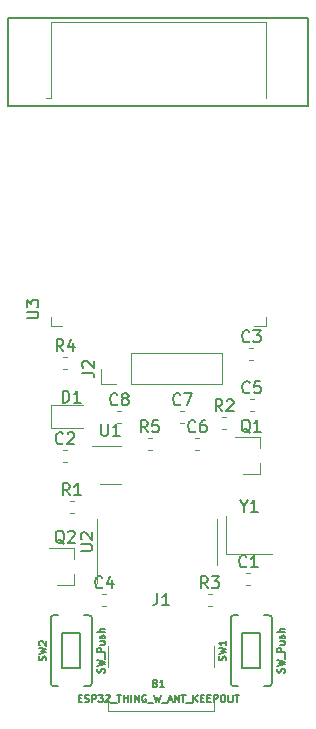
<source format=gbr>
G04 #@! TF.GenerationSoftware,KiCad,Pcbnew,5.1.5+dfsg1-2build2*
G04 #@! TF.CreationDate,2020-09-11T18:15:35+01:00*
G04 #@! TF.ProjectId,lhc_tijolo32_board,6c68635f-7469-46a6-9f6c-6f33325f626f,rev?*
G04 #@! TF.SameCoordinates,Original*
G04 #@! TF.FileFunction,Legend,Top*
G04 #@! TF.FilePolarity,Positive*
%FSLAX46Y46*%
G04 Gerber Fmt 4.6, Leading zero omitted, Abs format (unit mm)*
G04 Created by KiCad (PCBNEW 5.1.5+dfsg1-2build2) date 2020-09-11 18:15:35*
%MOMM*%
%LPD*%
G04 APERTURE LIST*
%ADD10C,0.127000*%
%ADD11C,0.120000*%
%ADD12C,0.203200*%
%ADD13C,0.150000*%
G04 APERTURE END LIST*
D10*
X110744000Y-68199000D02*
X136144000Y-68199000D01*
X136144000Y-68199000D02*
X136144000Y-60706000D01*
X136144000Y-60706000D02*
X110744000Y-60706000D01*
X110744000Y-60706000D02*
X110744000Y-68199000D01*
X110744000Y-68199000D02*
X136144000Y-68199000D01*
X136144000Y-68199000D02*
X136144000Y-60706000D01*
X136144000Y-60706000D02*
X110744000Y-60706000D01*
X110744000Y-60706000D02*
X110744000Y-68199000D01*
D11*
X130901221Y-107694000D02*
X131226779Y-107694000D01*
X130901221Y-108714000D02*
X131226779Y-108714000D01*
X115381721Y-98300000D02*
X115707279Y-98300000D01*
X115381721Y-97280000D02*
X115707279Y-97280000D01*
X131155221Y-88644000D02*
X131480779Y-88644000D01*
X131155221Y-89664000D02*
X131480779Y-89664000D01*
X118709221Y-109472000D02*
X119034779Y-109472000D01*
X118709221Y-110492000D02*
X119034779Y-110492000D01*
X131180721Y-93982000D02*
X131506279Y-93982000D01*
X131180721Y-92962000D02*
X131506279Y-92962000D01*
X126583221Y-97284000D02*
X126908779Y-97284000D01*
X126583221Y-96264000D02*
X126908779Y-96264000D01*
X125313221Y-94998000D02*
X125638779Y-94998000D01*
X125313221Y-93978000D02*
X125638779Y-93978000D01*
X119979221Y-93978000D02*
X120304779Y-93978000D01*
X119979221Y-94998000D02*
X120304779Y-94998000D01*
X117078000Y-93528000D02*
X114393000Y-93528000D01*
X114393000Y-93528000D02*
X114393000Y-95448000D01*
X114393000Y-95448000D02*
X117078000Y-95448000D01*
X128168000Y-119394000D02*
X119228000Y-119394000D01*
X128168000Y-113884000D02*
X128168000Y-115684000D01*
X128168000Y-119394000D02*
X128168000Y-117934000D01*
X119228000Y-119394000D02*
X119228000Y-117934000D01*
X119228000Y-113884000D02*
X119228000Y-115684000D01*
X128838000Y-91754000D02*
X128838000Y-89094000D01*
X121158000Y-91754000D02*
X128838000Y-91754000D01*
X121158000Y-89094000D02*
X128838000Y-89094000D01*
X121158000Y-91754000D02*
X121158000Y-89094000D01*
X119888000Y-91754000D02*
X118558000Y-91754000D01*
X118558000Y-91754000D02*
X118558000Y-90424000D01*
X132078000Y-99370000D02*
X130618000Y-99370000D01*
X132078000Y-96210000D02*
X129918000Y-96210000D01*
X132078000Y-96210000D02*
X132078000Y-97140000D01*
X132078000Y-99370000D02*
X132078000Y-98440000D01*
X116330000Y-108768000D02*
X116330000Y-107838000D01*
X116330000Y-105608000D02*
X116330000Y-106538000D01*
X116330000Y-105608000D02*
X114170000Y-105608000D01*
X116330000Y-108768000D02*
X114870000Y-108768000D01*
X115940721Y-101598000D02*
X116266279Y-101598000D01*
X115940721Y-102618000D02*
X116266279Y-102618000D01*
X128869221Y-94486000D02*
X129194779Y-94486000D01*
X128869221Y-95506000D02*
X129194779Y-95506000D01*
X127624721Y-110492000D02*
X127950279Y-110492000D01*
X127624721Y-109472000D02*
X127950279Y-109472000D01*
X115407221Y-89406000D02*
X115732779Y-89406000D01*
X115407221Y-90426000D02*
X115732779Y-90426000D01*
X122544721Y-97284000D02*
X122870279Y-97284000D01*
X122544721Y-96264000D02*
X122870279Y-96264000D01*
D12*
X129570480Y-117048280D02*
X129570480Y-111551720D01*
X133065520Y-111551720D02*
X133065520Y-117048280D01*
X132816600Y-117299740D02*
X132417820Y-117299740D01*
X130218180Y-117299740D02*
X129819400Y-117299740D01*
X130218180Y-111300260D02*
X129819400Y-111300260D01*
X132816600Y-111300260D02*
X132417820Y-111300260D01*
X130568700Y-115798600D02*
X130568700Y-112801400D01*
X132067300Y-112801400D02*
X132067300Y-115798600D01*
X132067300Y-115798600D02*
X130568700Y-115798600D01*
X132067300Y-112801400D02*
X130568700Y-112801400D01*
X129567940Y-117048280D02*
G75*
G03X129819400Y-117299740I251460J0D01*
G01*
X129819400Y-111302800D02*
G75*
G03X129570480Y-111551720I0J-248920D01*
G01*
X133068060Y-111551720D02*
G75*
G03X132816600Y-111300260I-251460J0D01*
G01*
X132816600Y-117297200D02*
G75*
G03X133065520Y-117048280I0J248920D01*
G01*
X117576600Y-117297200D02*
G75*
G03X117825520Y-117048280I0J248920D01*
G01*
X117828060Y-111551720D02*
G75*
G03X117576600Y-111300260I-251460J0D01*
G01*
X114579400Y-111302800D02*
G75*
G03X114330480Y-111551720I0J-248920D01*
G01*
X114327940Y-117048280D02*
G75*
G03X114579400Y-117299740I251460J0D01*
G01*
X116827300Y-112801400D02*
X115328700Y-112801400D01*
X116827300Y-115798600D02*
X115328700Y-115798600D01*
X116827300Y-112801400D02*
X116827300Y-115798600D01*
X115328700Y-115798600D02*
X115328700Y-112801400D01*
X117576600Y-111300260D02*
X117177820Y-111300260D01*
X114978180Y-111300260D02*
X114579400Y-111300260D01*
X114978180Y-117299740D02*
X114579400Y-117299740D01*
X117576600Y-117299740D02*
X117177820Y-117299740D01*
X117825520Y-111551720D02*
X117825520Y-117048280D01*
X114330480Y-117048280D02*
X114330480Y-111551720D01*
D11*
X118480000Y-100162000D02*
X120280000Y-100162000D01*
X120280000Y-96942000D02*
X117830000Y-96942000D01*
X128377000Y-105091000D02*
X128377000Y-103141000D01*
X128377000Y-105091000D02*
X128377000Y-107041000D01*
X118257000Y-105091000D02*
X118257000Y-103141000D01*
X118257000Y-105091000D02*
X118257000Y-108541000D01*
X114324000Y-86062000D02*
X114324000Y-86842000D01*
X114324000Y-86842000D02*
X115324000Y-86842000D01*
X132564000Y-86062000D02*
X132564000Y-86842000D01*
X132564000Y-86842000D02*
X131564000Y-86842000D01*
X114324000Y-61097000D02*
X132564000Y-61097000D01*
X132564000Y-61097000D02*
X132564000Y-67517000D01*
X114324000Y-61097000D02*
X114324000Y-67517000D01*
X114324000Y-67517000D02*
X113944000Y-67517000D01*
X129198000Y-102910000D02*
X129198000Y-106110000D01*
X129198000Y-106110000D02*
X133098000Y-106110000D01*
D10*
X123197257Y-117050457D02*
X123284342Y-117079485D01*
X123313371Y-117108514D01*
X123342400Y-117166571D01*
X123342400Y-117253657D01*
X123313371Y-117311714D01*
X123284342Y-117340742D01*
X123226285Y-117369771D01*
X122994057Y-117369771D01*
X122994057Y-116760171D01*
X123197257Y-116760171D01*
X123255314Y-116789200D01*
X123284342Y-116818228D01*
X123313371Y-116876285D01*
X123313371Y-116934342D01*
X123284342Y-116992400D01*
X123255314Y-117021428D01*
X123197257Y-117050457D01*
X122994057Y-117050457D01*
X123922971Y-117369771D02*
X123574628Y-117369771D01*
X123748800Y-117369771D02*
X123748800Y-116760171D01*
X123690742Y-116847257D01*
X123632685Y-116905314D01*
X123574628Y-116934342D01*
X116694857Y-118320457D02*
X116898057Y-118320457D01*
X116985142Y-118639771D02*
X116694857Y-118639771D01*
X116694857Y-118030171D01*
X116985142Y-118030171D01*
X117217371Y-118610742D02*
X117304457Y-118639771D01*
X117449600Y-118639771D01*
X117507657Y-118610742D01*
X117536685Y-118581714D01*
X117565714Y-118523657D01*
X117565714Y-118465600D01*
X117536685Y-118407542D01*
X117507657Y-118378514D01*
X117449600Y-118349485D01*
X117333485Y-118320457D01*
X117275428Y-118291428D01*
X117246400Y-118262400D01*
X117217371Y-118204342D01*
X117217371Y-118146285D01*
X117246400Y-118088228D01*
X117275428Y-118059200D01*
X117333485Y-118030171D01*
X117478628Y-118030171D01*
X117565714Y-118059200D01*
X117826971Y-118639771D02*
X117826971Y-118030171D01*
X118059200Y-118030171D01*
X118117257Y-118059200D01*
X118146285Y-118088228D01*
X118175314Y-118146285D01*
X118175314Y-118233371D01*
X118146285Y-118291428D01*
X118117257Y-118320457D01*
X118059200Y-118349485D01*
X117826971Y-118349485D01*
X118378514Y-118030171D02*
X118755885Y-118030171D01*
X118552685Y-118262400D01*
X118639771Y-118262400D01*
X118697828Y-118291428D01*
X118726857Y-118320457D01*
X118755885Y-118378514D01*
X118755885Y-118523657D01*
X118726857Y-118581714D01*
X118697828Y-118610742D01*
X118639771Y-118639771D01*
X118465600Y-118639771D01*
X118407542Y-118610742D01*
X118378514Y-118581714D01*
X118988114Y-118088228D02*
X119017142Y-118059200D01*
X119075200Y-118030171D01*
X119220342Y-118030171D01*
X119278400Y-118059200D01*
X119307428Y-118088228D01*
X119336457Y-118146285D01*
X119336457Y-118204342D01*
X119307428Y-118291428D01*
X118959085Y-118639771D01*
X119336457Y-118639771D01*
X119452571Y-118697828D02*
X119917028Y-118697828D01*
X119975085Y-118030171D02*
X120323428Y-118030171D01*
X120149257Y-118639771D02*
X120149257Y-118030171D01*
X120526628Y-118639771D02*
X120526628Y-118030171D01*
X120526628Y-118320457D02*
X120874971Y-118320457D01*
X120874971Y-118639771D02*
X120874971Y-118030171D01*
X121165257Y-118639771D02*
X121165257Y-118030171D01*
X121455542Y-118639771D02*
X121455542Y-118030171D01*
X121803885Y-118639771D01*
X121803885Y-118030171D01*
X122413485Y-118059200D02*
X122355428Y-118030171D01*
X122268342Y-118030171D01*
X122181257Y-118059200D01*
X122123200Y-118117257D01*
X122094171Y-118175314D01*
X122065142Y-118291428D01*
X122065142Y-118378514D01*
X122094171Y-118494628D01*
X122123200Y-118552685D01*
X122181257Y-118610742D01*
X122268342Y-118639771D01*
X122326400Y-118639771D01*
X122413485Y-118610742D01*
X122442514Y-118581714D01*
X122442514Y-118378514D01*
X122326400Y-118378514D01*
X122558628Y-118697828D02*
X123023085Y-118697828D01*
X123110171Y-118030171D02*
X123255314Y-118639771D01*
X123371428Y-118204342D01*
X123487542Y-118639771D01*
X123632685Y-118030171D01*
X123719771Y-118697828D02*
X124184228Y-118697828D01*
X124300342Y-118465600D02*
X124590628Y-118465600D01*
X124242285Y-118639771D02*
X124445485Y-118030171D01*
X124648685Y-118639771D01*
X124851885Y-118639771D02*
X124851885Y-118030171D01*
X125200228Y-118639771D01*
X125200228Y-118030171D01*
X125403428Y-118030171D02*
X125751771Y-118030171D01*
X125577600Y-118639771D02*
X125577600Y-118030171D01*
X125809828Y-118697828D02*
X126274285Y-118697828D01*
X126419428Y-118639771D02*
X126419428Y-118030171D01*
X126767771Y-118639771D02*
X126506514Y-118291428D01*
X126767771Y-118030171D02*
X126419428Y-118378514D01*
X127029028Y-118320457D02*
X127232228Y-118320457D01*
X127319314Y-118639771D02*
X127029028Y-118639771D01*
X127029028Y-118030171D01*
X127319314Y-118030171D01*
X127580571Y-118320457D02*
X127783771Y-118320457D01*
X127870857Y-118639771D02*
X127580571Y-118639771D01*
X127580571Y-118030171D01*
X127870857Y-118030171D01*
X128132114Y-118639771D02*
X128132114Y-118030171D01*
X128364342Y-118030171D01*
X128422400Y-118059200D01*
X128451428Y-118088228D01*
X128480457Y-118146285D01*
X128480457Y-118233371D01*
X128451428Y-118291428D01*
X128422400Y-118320457D01*
X128364342Y-118349485D01*
X128132114Y-118349485D01*
X128857828Y-118030171D02*
X128973942Y-118030171D01*
X129032000Y-118059200D01*
X129090057Y-118117257D01*
X129119085Y-118233371D01*
X129119085Y-118436571D01*
X129090057Y-118552685D01*
X129032000Y-118610742D01*
X128973942Y-118639771D01*
X128857828Y-118639771D01*
X128799771Y-118610742D01*
X128741714Y-118552685D01*
X128712685Y-118436571D01*
X128712685Y-118233371D01*
X128741714Y-118117257D01*
X128799771Y-118059200D01*
X128857828Y-118030171D01*
X129380342Y-118030171D02*
X129380342Y-118523657D01*
X129409371Y-118581714D01*
X129438400Y-118610742D01*
X129496457Y-118639771D01*
X129612571Y-118639771D01*
X129670628Y-118610742D01*
X129699657Y-118581714D01*
X129728685Y-118523657D01*
X129728685Y-118030171D01*
X129931885Y-118030171D02*
X130280228Y-118030171D01*
X130106057Y-118639771D02*
X130106057Y-118030171D01*
D13*
X130897333Y-107131142D02*
X130849714Y-107178761D01*
X130706857Y-107226380D01*
X130611619Y-107226380D01*
X130468761Y-107178761D01*
X130373523Y-107083523D01*
X130325904Y-106988285D01*
X130278285Y-106797809D01*
X130278285Y-106654952D01*
X130325904Y-106464476D01*
X130373523Y-106369238D01*
X130468761Y-106274000D01*
X130611619Y-106226380D01*
X130706857Y-106226380D01*
X130849714Y-106274000D01*
X130897333Y-106321619D01*
X131849714Y-107226380D02*
X131278285Y-107226380D01*
X131564000Y-107226380D02*
X131564000Y-106226380D01*
X131468761Y-106369238D01*
X131373523Y-106464476D01*
X131278285Y-106512095D01*
X115377833Y-96717142D02*
X115330214Y-96764761D01*
X115187357Y-96812380D01*
X115092119Y-96812380D01*
X114949261Y-96764761D01*
X114854023Y-96669523D01*
X114806404Y-96574285D01*
X114758785Y-96383809D01*
X114758785Y-96240952D01*
X114806404Y-96050476D01*
X114854023Y-95955238D01*
X114949261Y-95860000D01*
X115092119Y-95812380D01*
X115187357Y-95812380D01*
X115330214Y-95860000D01*
X115377833Y-95907619D01*
X115758785Y-95907619D02*
X115806404Y-95860000D01*
X115901642Y-95812380D01*
X116139738Y-95812380D01*
X116234976Y-95860000D01*
X116282595Y-95907619D01*
X116330214Y-96002857D01*
X116330214Y-96098095D01*
X116282595Y-96240952D01*
X115711166Y-96812380D01*
X116330214Y-96812380D01*
X131151333Y-88081142D02*
X131103714Y-88128761D01*
X130960857Y-88176380D01*
X130865619Y-88176380D01*
X130722761Y-88128761D01*
X130627523Y-88033523D01*
X130579904Y-87938285D01*
X130532285Y-87747809D01*
X130532285Y-87604952D01*
X130579904Y-87414476D01*
X130627523Y-87319238D01*
X130722761Y-87224000D01*
X130865619Y-87176380D01*
X130960857Y-87176380D01*
X131103714Y-87224000D01*
X131151333Y-87271619D01*
X131484666Y-87176380D02*
X132103714Y-87176380D01*
X131770380Y-87557333D01*
X131913238Y-87557333D01*
X132008476Y-87604952D01*
X132056095Y-87652571D01*
X132103714Y-87747809D01*
X132103714Y-87985904D01*
X132056095Y-88081142D01*
X132008476Y-88128761D01*
X131913238Y-88176380D01*
X131627523Y-88176380D01*
X131532285Y-88128761D01*
X131484666Y-88081142D01*
X118705333Y-108909142D02*
X118657714Y-108956761D01*
X118514857Y-109004380D01*
X118419619Y-109004380D01*
X118276761Y-108956761D01*
X118181523Y-108861523D01*
X118133904Y-108766285D01*
X118086285Y-108575809D01*
X118086285Y-108432952D01*
X118133904Y-108242476D01*
X118181523Y-108147238D01*
X118276761Y-108052000D01*
X118419619Y-108004380D01*
X118514857Y-108004380D01*
X118657714Y-108052000D01*
X118705333Y-108099619D01*
X119562476Y-108337714D02*
X119562476Y-109004380D01*
X119324380Y-107956761D02*
X119086285Y-108671047D01*
X119705333Y-108671047D01*
X131176833Y-92399142D02*
X131129214Y-92446761D01*
X130986357Y-92494380D01*
X130891119Y-92494380D01*
X130748261Y-92446761D01*
X130653023Y-92351523D01*
X130605404Y-92256285D01*
X130557785Y-92065809D01*
X130557785Y-91922952D01*
X130605404Y-91732476D01*
X130653023Y-91637238D01*
X130748261Y-91542000D01*
X130891119Y-91494380D01*
X130986357Y-91494380D01*
X131129214Y-91542000D01*
X131176833Y-91589619D01*
X132081595Y-91494380D02*
X131605404Y-91494380D01*
X131557785Y-91970571D01*
X131605404Y-91922952D01*
X131700642Y-91875333D01*
X131938738Y-91875333D01*
X132033976Y-91922952D01*
X132081595Y-91970571D01*
X132129214Y-92065809D01*
X132129214Y-92303904D01*
X132081595Y-92399142D01*
X132033976Y-92446761D01*
X131938738Y-92494380D01*
X131700642Y-92494380D01*
X131605404Y-92446761D01*
X131557785Y-92399142D01*
X126579333Y-95701142D02*
X126531714Y-95748761D01*
X126388857Y-95796380D01*
X126293619Y-95796380D01*
X126150761Y-95748761D01*
X126055523Y-95653523D01*
X126007904Y-95558285D01*
X125960285Y-95367809D01*
X125960285Y-95224952D01*
X126007904Y-95034476D01*
X126055523Y-94939238D01*
X126150761Y-94844000D01*
X126293619Y-94796380D01*
X126388857Y-94796380D01*
X126531714Y-94844000D01*
X126579333Y-94891619D01*
X127436476Y-94796380D02*
X127246000Y-94796380D01*
X127150761Y-94844000D01*
X127103142Y-94891619D01*
X127007904Y-95034476D01*
X126960285Y-95224952D01*
X126960285Y-95605904D01*
X127007904Y-95701142D01*
X127055523Y-95748761D01*
X127150761Y-95796380D01*
X127341238Y-95796380D01*
X127436476Y-95748761D01*
X127484095Y-95701142D01*
X127531714Y-95605904D01*
X127531714Y-95367809D01*
X127484095Y-95272571D01*
X127436476Y-95224952D01*
X127341238Y-95177333D01*
X127150761Y-95177333D01*
X127055523Y-95224952D01*
X127007904Y-95272571D01*
X126960285Y-95367809D01*
X125309333Y-93415142D02*
X125261714Y-93462761D01*
X125118857Y-93510380D01*
X125023619Y-93510380D01*
X124880761Y-93462761D01*
X124785523Y-93367523D01*
X124737904Y-93272285D01*
X124690285Y-93081809D01*
X124690285Y-92938952D01*
X124737904Y-92748476D01*
X124785523Y-92653238D01*
X124880761Y-92558000D01*
X125023619Y-92510380D01*
X125118857Y-92510380D01*
X125261714Y-92558000D01*
X125309333Y-92605619D01*
X125642666Y-92510380D02*
X126309333Y-92510380D01*
X125880761Y-93510380D01*
X119975333Y-93415142D02*
X119927714Y-93462761D01*
X119784857Y-93510380D01*
X119689619Y-93510380D01*
X119546761Y-93462761D01*
X119451523Y-93367523D01*
X119403904Y-93272285D01*
X119356285Y-93081809D01*
X119356285Y-92938952D01*
X119403904Y-92748476D01*
X119451523Y-92653238D01*
X119546761Y-92558000D01*
X119689619Y-92510380D01*
X119784857Y-92510380D01*
X119927714Y-92558000D01*
X119975333Y-92605619D01*
X120546761Y-92938952D02*
X120451523Y-92891333D01*
X120403904Y-92843714D01*
X120356285Y-92748476D01*
X120356285Y-92700857D01*
X120403904Y-92605619D01*
X120451523Y-92558000D01*
X120546761Y-92510380D01*
X120737238Y-92510380D01*
X120832476Y-92558000D01*
X120880095Y-92605619D01*
X120927714Y-92700857D01*
X120927714Y-92748476D01*
X120880095Y-92843714D01*
X120832476Y-92891333D01*
X120737238Y-92938952D01*
X120546761Y-92938952D01*
X120451523Y-92986571D01*
X120403904Y-93034190D01*
X120356285Y-93129428D01*
X120356285Y-93319904D01*
X120403904Y-93415142D01*
X120451523Y-93462761D01*
X120546761Y-93510380D01*
X120737238Y-93510380D01*
X120832476Y-93462761D01*
X120880095Y-93415142D01*
X120927714Y-93319904D01*
X120927714Y-93129428D01*
X120880095Y-93034190D01*
X120832476Y-92986571D01*
X120737238Y-92938952D01*
X115339904Y-93290380D02*
X115339904Y-92290380D01*
X115578000Y-92290380D01*
X115720857Y-92338000D01*
X115816095Y-92433238D01*
X115863714Y-92528476D01*
X115911333Y-92718952D01*
X115911333Y-92861809D01*
X115863714Y-93052285D01*
X115816095Y-93147523D01*
X115720857Y-93242761D01*
X115578000Y-93290380D01*
X115339904Y-93290380D01*
X116863714Y-93290380D02*
X116292285Y-93290380D01*
X116578000Y-93290380D02*
X116578000Y-92290380D01*
X116482761Y-92433238D01*
X116387523Y-92528476D01*
X116292285Y-92576095D01*
X123364666Y-109426380D02*
X123364666Y-110140666D01*
X123317047Y-110283523D01*
X123221809Y-110378761D01*
X123078952Y-110426380D01*
X122983714Y-110426380D01*
X124364666Y-110426380D02*
X123793238Y-110426380D01*
X124078952Y-110426380D02*
X124078952Y-109426380D01*
X123983714Y-109569238D01*
X123888476Y-109664476D01*
X123793238Y-109712095D01*
X117010380Y-90757333D02*
X117724666Y-90757333D01*
X117867523Y-90804952D01*
X117962761Y-90900190D01*
X118010380Y-91043047D01*
X118010380Y-91138285D01*
X117105619Y-90328761D02*
X117058000Y-90281142D01*
X117010380Y-90185904D01*
X117010380Y-89947809D01*
X117058000Y-89852571D01*
X117105619Y-89804952D01*
X117200857Y-89757333D01*
X117296095Y-89757333D01*
X117438952Y-89804952D01*
X118010380Y-90376380D01*
X118010380Y-89757333D01*
X131222761Y-95837619D02*
X131127523Y-95790000D01*
X131032285Y-95694761D01*
X130889428Y-95551904D01*
X130794190Y-95504285D01*
X130698952Y-95504285D01*
X130746571Y-95742380D02*
X130651333Y-95694761D01*
X130556095Y-95599523D01*
X130508476Y-95409047D01*
X130508476Y-95075714D01*
X130556095Y-94885238D01*
X130651333Y-94790000D01*
X130746571Y-94742380D01*
X130937047Y-94742380D01*
X131032285Y-94790000D01*
X131127523Y-94885238D01*
X131175142Y-95075714D01*
X131175142Y-95409047D01*
X131127523Y-95599523D01*
X131032285Y-95694761D01*
X130937047Y-95742380D01*
X130746571Y-95742380D01*
X132127523Y-95742380D02*
X131556095Y-95742380D01*
X131841809Y-95742380D02*
X131841809Y-94742380D01*
X131746571Y-94885238D01*
X131651333Y-94980476D01*
X131556095Y-95028095D01*
X115474761Y-105235619D02*
X115379523Y-105188000D01*
X115284285Y-105092761D01*
X115141428Y-104949904D01*
X115046190Y-104902285D01*
X114950952Y-104902285D01*
X114998571Y-105140380D02*
X114903333Y-105092761D01*
X114808095Y-104997523D01*
X114760476Y-104807047D01*
X114760476Y-104473714D01*
X114808095Y-104283238D01*
X114903333Y-104188000D01*
X114998571Y-104140380D01*
X115189047Y-104140380D01*
X115284285Y-104188000D01*
X115379523Y-104283238D01*
X115427142Y-104473714D01*
X115427142Y-104807047D01*
X115379523Y-104997523D01*
X115284285Y-105092761D01*
X115189047Y-105140380D01*
X114998571Y-105140380D01*
X115808095Y-104235619D02*
X115855714Y-104188000D01*
X115950952Y-104140380D01*
X116189047Y-104140380D01*
X116284285Y-104188000D01*
X116331904Y-104235619D01*
X116379523Y-104330857D01*
X116379523Y-104426095D01*
X116331904Y-104568952D01*
X115760476Y-105140380D01*
X116379523Y-105140380D01*
X115936833Y-101130380D02*
X115603500Y-100654190D01*
X115365404Y-101130380D02*
X115365404Y-100130380D01*
X115746357Y-100130380D01*
X115841595Y-100178000D01*
X115889214Y-100225619D01*
X115936833Y-100320857D01*
X115936833Y-100463714D01*
X115889214Y-100558952D01*
X115841595Y-100606571D01*
X115746357Y-100654190D01*
X115365404Y-100654190D01*
X116889214Y-101130380D02*
X116317785Y-101130380D01*
X116603500Y-101130380D02*
X116603500Y-100130380D01*
X116508261Y-100273238D01*
X116413023Y-100368476D01*
X116317785Y-100416095D01*
X128865333Y-94018380D02*
X128532000Y-93542190D01*
X128293904Y-94018380D02*
X128293904Y-93018380D01*
X128674857Y-93018380D01*
X128770095Y-93066000D01*
X128817714Y-93113619D01*
X128865333Y-93208857D01*
X128865333Y-93351714D01*
X128817714Y-93446952D01*
X128770095Y-93494571D01*
X128674857Y-93542190D01*
X128293904Y-93542190D01*
X129246285Y-93113619D02*
X129293904Y-93066000D01*
X129389142Y-93018380D01*
X129627238Y-93018380D01*
X129722476Y-93066000D01*
X129770095Y-93113619D01*
X129817714Y-93208857D01*
X129817714Y-93304095D01*
X129770095Y-93446952D01*
X129198666Y-94018380D01*
X129817714Y-94018380D01*
X127620833Y-109004380D02*
X127287500Y-108528190D01*
X127049404Y-109004380D02*
X127049404Y-108004380D01*
X127430357Y-108004380D01*
X127525595Y-108052000D01*
X127573214Y-108099619D01*
X127620833Y-108194857D01*
X127620833Y-108337714D01*
X127573214Y-108432952D01*
X127525595Y-108480571D01*
X127430357Y-108528190D01*
X127049404Y-108528190D01*
X127954166Y-108004380D02*
X128573214Y-108004380D01*
X128239880Y-108385333D01*
X128382738Y-108385333D01*
X128477976Y-108432952D01*
X128525595Y-108480571D01*
X128573214Y-108575809D01*
X128573214Y-108813904D01*
X128525595Y-108909142D01*
X128477976Y-108956761D01*
X128382738Y-109004380D01*
X128097023Y-109004380D01*
X128001785Y-108956761D01*
X127954166Y-108909142D01*
X115403333Y-88938380D02*
X115070000Y-88462190D01*
X114831904Y-88938380D02*
X114831904Y-87938380D01*
X115212857Y-87938380D01*
X115308095Y-87986000D01*
X115355714Y-88033619D01*
X115403333Y-88128857D01*
X115403333Y-88271714D01*
X115355714Y-88366952D01*
X115308095Y-88414571D01*
X115212857Y-88462190D01*
X114831904Y-88462190D01*
X116260476Y-88271714D02*
X116260476Y-88938380D01*
X116022380Y-87890761D02*
X115784285Y-88605047D01*
X116403333Y-88605047D01*
X122540833Y-95796380D02*
X122207500Y-95320190D01*
X121969404Y-95796380D02*
X121969404Y-94796380D01*
X122350357Y-94796380D01*
X122445595Y-94844000D01*
X122493214Y-94891619D01*
X122540833Y-94986857D01*
X122540833Y-95129714D01*
X122493214Y-95224952D01*
X122445595Y-95272571D01*
X122350357Y-95320190D01*
X121969404Y-95320190D01*
X123445595Y-94796380D02*
X122969404Y-94796380D01*
X122921785Y-95272571D01*
X122969404Y-95224952D01*
X123064642Y-95177333D01*
X123302738Y-95177333D01*
X123397976Y-95224952D01*
X123445595Y-95272571D01*
X123493214Y-95367809D01*
X123493214Y-95605904D01*
X123445595Y-95701142D01*
X123397976Y-95748761D01*
X123302738Y-95796380D01*
X123064642Y-95796380D01*
X122969404Y-95748761D01*
X122921785Y-95701142D01*
D10*
X129151742Y-115112800D02*
X129180771Y-115025714D01*
X129180771Y-114880571D01*
X129151742Y-114822514D01*
X129122714Y-114793485D01*
X129064657Y-114764457D01*
X129006600Y-114764457D01*
X128948542Y-114793485D01*
X128919514Y-114822514D01*
X128890485Y-114880571D01*
X128861457Y-114996685D01*
X128832428Y-115054742D01*
X128803400Y-115083771D01*
X128745342Y-115112800D01*
X128687285Y-115112800D01*
X128629228Y-115083771D01*
X128600200Y-115054742D01*
X128571171Y-114996685D01*
X128571171Y-114851542D01*
X128600200Y-114764457D01*
X128571171Y-114561257D02*
X129180771Y-114416114D01*
X128745342Y-114300000D01*
X129180771Y-114183885D01*
X128571171Y-114038742D01*
X129180771Y-113487200D02*
X129180771Y-113835542D01*
X129180771Y-113661371D02*
X128571171Y-113661371D01*
X128658257Y-113719428D01*
X128716314Y-113777485D01*
X128745342Y-113835542D01*
X134104742Y-116157828D02*
X134133771Y-116070742D01*
X134133771Y-115925600D01*
X134104742Y-115867542D01*
X134075714Y-115838514D01*
X134017657Y-115809485D01*
X133959600Y-115809485D01*
X133901542Y-115838514D01*
X133872514Y-115867542D01*
X133843485Y-115925600D01*
X133814457Y-116041714D01*
X133785428Y-116099771D01*
X133756400Y-116128800D01*
X133698342Y-116157828D01*
X133640285Y-116157828D01*
X133582228Y-116128800D01*
X133553200Y-116099771D01*
X133524171Y-116041714D01*
X133524171Y-115896571D01*
X133553200Y-115809485D01*
X133524171Y-115606285D02*
X134133771Y-115461142D01*
X133698342Y-115345028D01*
X134133771Y-115228914D01*
X133524171Y-115083771D01*
X134191828Y-114996685D02*
X134191828Y-114532228D01*
X134133771Y-114387085D02*
X133524171Y-114387085D01*
X133524171Y-114154857D01*
X133553200Y-114096800D01*
X133582228Y-114067771D01*
X133640285Y-114038742D01*
X133727371Y-114038742D01*
X133785428Y-114067771D01*
X133814457Y-114096800D01*
X133843485Y-114154857D01*
X133843485Y-114387085D01*
X133727371Y-113516228D02*
X134133771Y-113516228D01*
X133727371Y-113777485D02*
X134046685Y-113777485D01*
X134104742Y-113748457D01*
X134133771Y-113690400D01*
X134133771Y-113603314D01*
X134104742Y-113545257D01*
X134075714Y-113516228D01*
X134104742Y-113254971D02*
X134133771Y-113196914D01*
X134133771Y-113080800D01*
X134104742Y-113022742D01*
X134046685Y-112993714D01*
X134017657Y-112993714D01*
X133959600Y-113022742D01*
X133930571Y-113080800D01*
X133930571Y-113167885D01*
X133901542Y-113225942D01*
X133843485Y-113254971D01*
X133814457Y-113254971D01*
X133756400Y-113225942D01*
X133727371Y-113167885D01*
X133727371Y-113080800D01*
X133756400Y-113022742D01*
X134133771Y-112732457D02*
X133524171Y-112732457D01*
X134133771Y-112471200D02*
X133814457Y-112471200D01*
X133756400Y-112500228D01*
X133727371Y-112558285D01*
X133727371Y-112645371D01*
X133756400Y-112703428D01*
X133785428Y-112732457D01*
X113911742Y-115112800D02*
X113940771Y-115025714D01*
X113940771Y-114880571D01*
X113911742Y-114822514D01*
X113882714Y-114793485D01*
X113824657Y-114764457D01*
X113766600Y-114764457D01*
X113708542Y-114793485D01*
X113679514Y-114822514D01*
X113650485Y-114880571D01*
X113621457Y-114996685D01*
X113592428Y-115054742D01*
X113563400Y-115083771D01*
X113505342Y-115112800D01*
X113447285Y-115112800D01*
X113389228Y-115083771D01*
X113360200Y-115054742D01*
X113331171Y-114996685D01*
X113331171Y-114851542D01*
X113360200Y-114764457D01*
X113331171Y-114561257D02*
X113940771Y-114416114D01*
X113505342Y-114300000D01*
X113940771Y-114183885D01*
X113331171Y-114038742D01*
X113389228Y-113835542D02*
X113360200Y-113806514D01*
X113331171Y-113748457D01*
X113331171Y-113603314D01*
X113360200Y-113545257D01*
X113389228Y-113516228D01*
X113447285Y-113487200D01*
X113505342Y-113487200D01*
X113592428Y-113516228D01*
X113940771Y-113864571D01*
X113940771Y-113487200D01*
X118864742Y-116157828D02*
X118893771Y-116070742D01*
X118893771Y-115925600D01*
X118864742Y-115867542D01*
X118835714Y-115838514D01*
X118777657Y-115809485D01*
X118719600Y-115809485D01*
X118661542Y-115838514D01*
X118632514Y-115867542D01*
X118603485Y-115925600D01*
X118574457Y-116041714D01*
X118545428Y-116099771D01*
X118516400Y-116128800D01*
X118458342Y-116157828D01*
X118400285Y-116157828D01*
X118342228Y-116128800D01*
X118313200Y-116099771D01*
X118284171Y-116041714D01*
X118284171Y-115896571D01*
X118313200Y-115809485D01*
X118284171Y-115606285D02*
X118893771Y-115461142D01*
X118458342Y-115345028D01*
X118893771Y-115228914D01*
X118284171Y-115083771D01*
X118951828Y-114996685D02*
X118951828Y-114532228D01*
X118893771Y-114387085D02*
X118284171Y-114387085D01*
X118284171Y-114154857D01*
X118313200Y-114096800D01*
X118342228Y-114067771D01*
X118400285Y-114038742D01*
X118487371Y-114038742D01*
X118545428Y-114067771D01*
X118574457Y-114096800D01*
X118603485Y-114154857D01*
X118603485Y-114387085D01*
X118487371Y-113516228D02*
X118893771Y-113516228D01*
X118487371Y-113777485D02*
X118806685Y-113777485D01*
X118864742Y-113748457D01*
X118893771Y-113690400D01*
X118893771Y-113603314D01*
X118864742Y-113545257D01*
X118835714Y-113516228D01*
X118864742Y-113254971D02*
X118893771Y-113196914D01*
X118893771Y-113080800D01*
X118864742Y-113022742D01*
X118806685Y-112993714D01*
X118777657Y-112993714D01*
X118719600Y-113022742D01*
X118690571Y-113080800D01*
X118690571Y-113167885D01*
X118661542Y-113225942D01*
X118603485Y-113254971D01*
X118574457Y-113254971D01*
X118516400Y-113225942D01*
X118487371Y-113167885D01*
X118487371Y-113080800D01*
X118516400Y-113022742D01*
X118893771Y-112732457D02*
X118284171Y-112732457D01*
X118893771Y-112471200D02*
X118574457Y-112471200D01*
X118516400Y-112500228D01*
X118487371Y-112558285D01*
X118487371Y-112645371D01*
X118516400Y-112703428D01*
X118545428Y-112732457D01*
D13*
X118618095Y-95104380D02*
X118618095Y-95913904D01*
X118665714Y-96009142D01*
X118713333Y-96056761D01*
X118808571Y-96104380D01*
X118999047Y-96104380D01*
X119094285Y-96056761D01*
X119141904Y-96009142D01*
X119189523Y-95913904D01*
X119189523Y-95104380D01*
X120189523Y-96104380D02*
X119618095Y-96104380D01*
X119903809Y-96104380D02*
X119903809Y-95104380D01*
X119808571Y-95247238D01*
X119713333Y-95342476D01*
X119618095Y-95390095D01*
X116869380Y-105852904D02*
X117678904Y-105852904D01*
X117774142Y-105805285D01*
X117821761Y-105757666D01*
X117869380Y-105662428D01*
X117869380Y-105471952D01*
X117821761Y-105376714D01*
X117774142Y-105329095D01*
X117678904Y-105281476D01*
X116869380Y-105281476D01*
X116964619Y-104852904D02*
X116917000Y-104805285D01*
X116869380Y-104710047D01*
X116869380Y-104471952D01*
X116917000Y-104376714D01*
X116964619Y-104329095D01*
X117059857Y-104281476D01*
X117155095Y-104281476D01*
X117297952Y-104329095D01*
X117869380Y-104900523D01*
X117869380Y-104281476D01*
X112286380Y-86153904D02*
X113095904Y-86153904D01*
X113191142Y-86106285D01*
X113238761Y-86058666D01*
X113286380Y-85963428D01*
X113286380Y-85772952D01*
X113238761Y-85677714D01*
X113191142Y-85630095D01*
X113095904Y-85582476D01*
X112286380Y-85582476D01*
X112286380Y-85201523D02*
X112286380Y-84582476D01*
X112667333Y-84915809D01*
X112667333Y-84772952D01*
X112714952Y-84677714D01*
X112762571Y-84630095D01*
X112857809Y-84582476D01*
X113095904Y-84582476D01*
X113191142Y-84630095D01*
X113238761Y-84677714D01*
X113286380Y-84772952D01*
X113286380Y-85058666D01*
X113238761Y-85153904D01*
X113191142Y-85201523D01*
X130671809Y-102036190D02*
X130671809Y-102512380D01*
X130338476Y-101512380D02*
X130671809Y-102036190D01*
X131005142Y-101512380D01*
X131862285Y-102512380D02*
X131290857Y-102512380D01*
X131576571Y-102512380D02*
X131576571Y-101512380D01*
X131481333Y-101655238D01*
X131386095Y-101750476D01*
X131290857Y-101798095D01*
M02*

</source>
